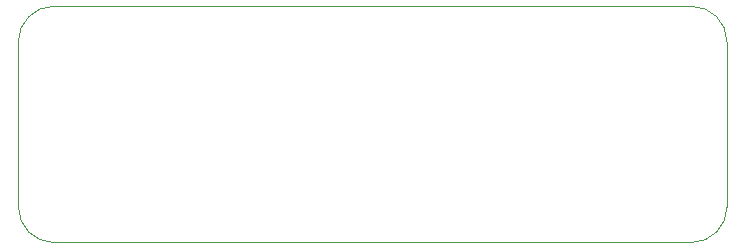
<source format=gbr>
%TF.GenerationSoftware,KiCad,Pcbnew,(6.0.7)*%
%TF.CreationDate,2023-01-18T14:59:31-05:00*%
%TF.ProjectId,microkfd,6d696372-6f6b-4666-942e-6b696361645f,E*%
%TF.SameCoordinates,Original*%
%TF.FileFunction,Profile,NP*%
%FSLAX46Y46*%
G04 Gerber Fmt 4.6, Leading zero omitted, Abs format (unit mm)*
G04 Created by KiCad (PCBNEW (6.0.7)) date 2023-01-18 14:59:31*
%MOMM*%
%LPD*%
G01*
G04 APERTURE LIST*
%TA.AperFunction,Profile*%
%ADD10C,0.100000*%
%TD*%
G04 APERTURE END LIST*
D10*
X152000000Y-110000000D02*
X98000000Y-110000000D01*
X155000000Y-93000000D02*
G75*
G03*
X152000000Y-90000000I-3000000J0D01*
G01*
X152000000Y-110000000D02*
G75*
G03*
X155000000Y-107000000I0J3000000D01*
G01*
X155000000Y-93000000D02*
X155000000Y-107000000D01*
X98000000Y-90000000D02*
X152000000Y-90000000D01*
X95000000Y-107000000D02*
X95000000Y-93000000D01*
X95000000Y-107000000D02*
G75*
G03*
X98000000Y-110000000I3000000J0D01*
G01*
X98000000Y-90000000D02*
G75*
G03*
X95000000Y-93000000I0J-3000000D01*
G01*
M02*

</source>
